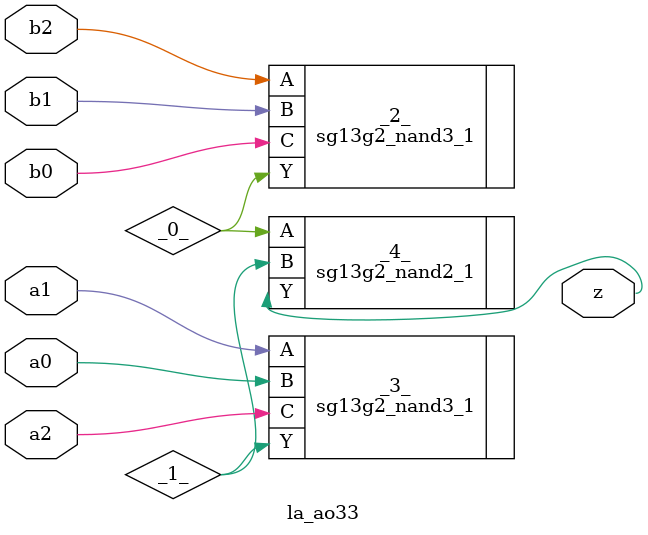
<source format=v>

/* Generated by Yosys 0.44 (git sha1 80ba43d26, g++ 11.4.0-1ubuntu1~22.04 -fPIC -O3) */

(* top =  1  *)
(* src = "inputs/la_ao33.v:10.1-24.10" *)
module la_ao33 (
    a0,
    a1,
    a2,
    b0,
    b1,
    b2,
    z
);
  wire _0_;
  wire _1_;
  (* src = "inputs/la_ao33.v:13.12-13.14" *)
  input a0;
  wire a0;
  (* src = "inputs/la_ao33.v:14.12-14.14" *)
  input a1;
  wire a1;
  (* src = "inputs/la_ao33.v:15.12-15.14" *)
  input a2;
  wire a2;
  (* src = "inputs/la_ao33.v:16.12-16.14" *)
  input b0;
  wire b0;
  (* src = "inputs/la_ao33.v:17.12-17.14" *)
  input b1;
  wire b1;
  (* src = "inputs/la_ao33.v:18.12-18.14" *)
  input b2;
  wire b2;
  (* src = "inputs/la_ao33.v:19.12-19.13" *)
  output z;
  wire z;
  sg13g2_nand3_1 _2_ (
      .A(b2),
      .B(b1),
      .C(b0),
      .Y(_0_)
  );
  sg13g2_nand3_1 _3_ (
      .A(a1),
      .B(a0),
      .C(a2),
      .Y(_1_)
  );
  sg13g2_nand2_1 _4_ (
      .A(_0_),
      .B(_1_),
      .Y(z)
  );
endmodule

</source>
